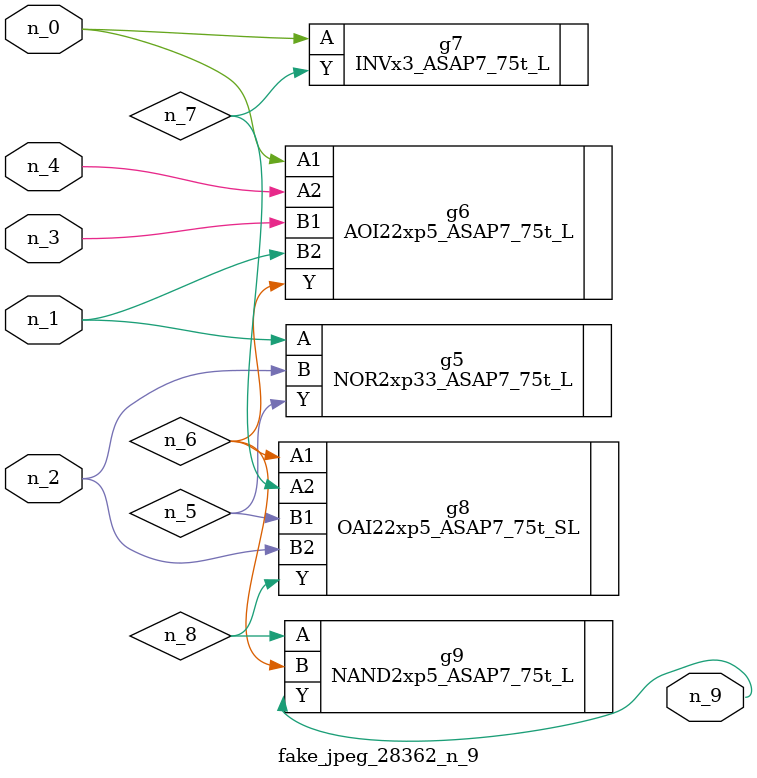
<source format=v>
module fake_jpeg_28362_n_9 (n_3, n_2, n_1, n_0, n_4, n_9);

input n_3;
input n_2;
input n_1;
input n_0;
input n_4;

output n_9;

wire n_8;
wire n_6;
wire n_5;
wire n_7;

NOR2xp33_ASAP7_75t_L g5 ( 
.A(n_1),
.B(n_2),
.Y(n_5)
);

AOI22xp5_ASAP7_75t_L g6 ( 
.A1(n_0),
.A2(n_4),
.B1(n_3),
.B2(n_1),
.Y(n_6)
);

INVx3_ASAP7_75t_L g7 ( 
.A(n_0),
.Y(n_7)
);

OAI22xp5_ASAP7_75t_SL g8 ( 
.A1(n_6),
.A2(n_7),
.B1(n_5),
.B2(n_2),
.Y(n_8)
);

NAND2xp5_ASAP7_75t_L g9 ( 
.A(n_8),
.B(n_6),
.Y(n_9)
);


endmodule
</source>
